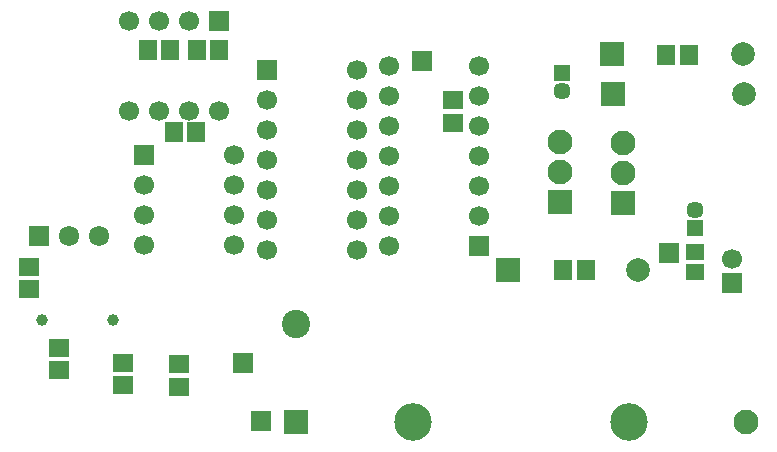
<source format=gbr>
G04 DipTrace 3.2.0.1*
G04 BottomMask.gbr*
%MOMM*%
G04 #@! TF.FileFunction,Soldermask,Bot*
G04 #@! TF.Part,Single*
%ADD40C,1.0*%
%ADD41C,3.18*%
%ADD42C,2.4*%
%ADD54C,1.724*%
%ADD56R,1.724X1.724*%
%ADD58R,1.65X1.4*%
%ADD60C,1.7*%
%ADD62R,1.7X1.7*%
%ADD64C,2.1*%
%ADD65R,2.1X2.1*%
%ADD70C,2.0*%
%ADD72R,2.0X2.0*%
%ADD74C,1.45*%
%ADD76R,1.45X1.45*%
%ADD78R,1.7X1.5*%
%ADD80R,1.5X1.7*%
%FSLAX35Y35*%
G04*
G71*
G90*
G75*
G01*
G04 BotMask*
%LPD*%
D80*
X-2523537Y1426740D3*
X-2333537D3*
D78*
X-350497Y999517D3*
Y809517D3*
D76*
X565800Y1231147D3*
D74*
Y1081147D3*
D78*
X-2670860Y-1422480D3*
Y-1232480D3*
X-3144050Y-1411330D3*
Y-1221330D3*
D76*
X1693237Y-78180D3*
D74*
Y71820D3*
D72*
X1000787Y1055637D3*
D70*
X2105787D3*
D72*
X993800Y1396447D3*
D70*
X2098800D3*
D72*
X110480Y-435537D3*
D70*
X1215480D3*
D40*
X-3830460Y-855660D3*
X-3230460D3*
D65*
X-1681743Y-1726793D3*
D64*
X2128257D3*
D41*
X-691743D3*
X1138257D3*
D42*
X-1681743Y-893793D3*
D62*
X2012087Y-544593D3*
D60*
Y-344593D3*
D58*
X1696467Y-451117D3*
Y-281117D3*
D80*
X-2937330Y1427897D3*
X-2747330D3*
D78*
X-3947533Y-409320D3*
Y-599320D3*
X-3685913Y-1282887D3*
Y-1092887D3*
D56*
X-3862370Y-144157D3*
D54*
X-3608370D3*
X-3354370D3*
D80*
X-2717573Y733897D3*
X-2527573D3*
X1452090Y1386017D3*
X1642090D3*
X580287Y-438667D3*
X770287D3*
D62*
X-1980000Y-1714500D3*
X-620000Y1333500D3*
X1471663Y-290347D3*
X-2134090Y-1220810D3*
X-2337770Y1675777D3*
D60*
X-2591770D3*
X-2845770D3*
X-3099770D3*
Y913777D3*
X-2845770D3*
X-2591770D3*
X-2337770D3*
D62*
X-1927137Y1259530D3*
D60*
Y1005530D3*
Y751530D3*
Y497530D3*
Y243530D3*
Y-10470D3*
Y-264470D3*
X-1165137D3*
Y-10470D3*
Y243530D3*
Y497530D3*
Y751530D3*
Y1005530D3*
Y1259530D3*
D62*
X-137553Y-231367D3*
D60*
Y22633D3*
Y276633D3*
Y530633D3*
Y784633D3*
Y1038633D3*
Y1292633D3*
X-899553D3*
Y1038633D3*
Y784633D3*
Y530633D3*
Y276633D3*
Y22633D3*
Y-231367D3*
D62*
X-2966157Y534977D3*
D60*
Y280977D3*
Y26977D3*
Y-227023D3*
X-2204157D3*
Y26977D3*
Y280977D3*
Y534977D3*
D65*
X549530Y140667D3*
D64*
Y394667D3*
Y648667D3*
D65*
X1084693Y131327D3*
D64*
Y385327D3*
Y639327D3*
M02*

</source>
